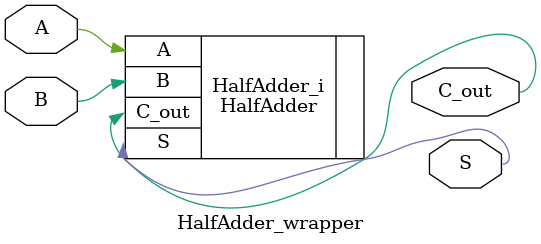
<source format=v>
`timescale 1 ps / 1 ps

module HalfAdder_wrapper
   (A,
    B,
    C_out,
    S);
  input [0:0]A;
  input [0:0]B;
  output [0:0]C_out;
  output [0:0]S;

  wire [0:0]A;
  wire [0:0]B;
  wire [0:0]C_out;
  wire [0:0]S;

  HalfAdder HalfAdder_i
       (.A(A),
        .B(B),
        .C_out(C_out),
        .S(S));
endmodule

</source>
